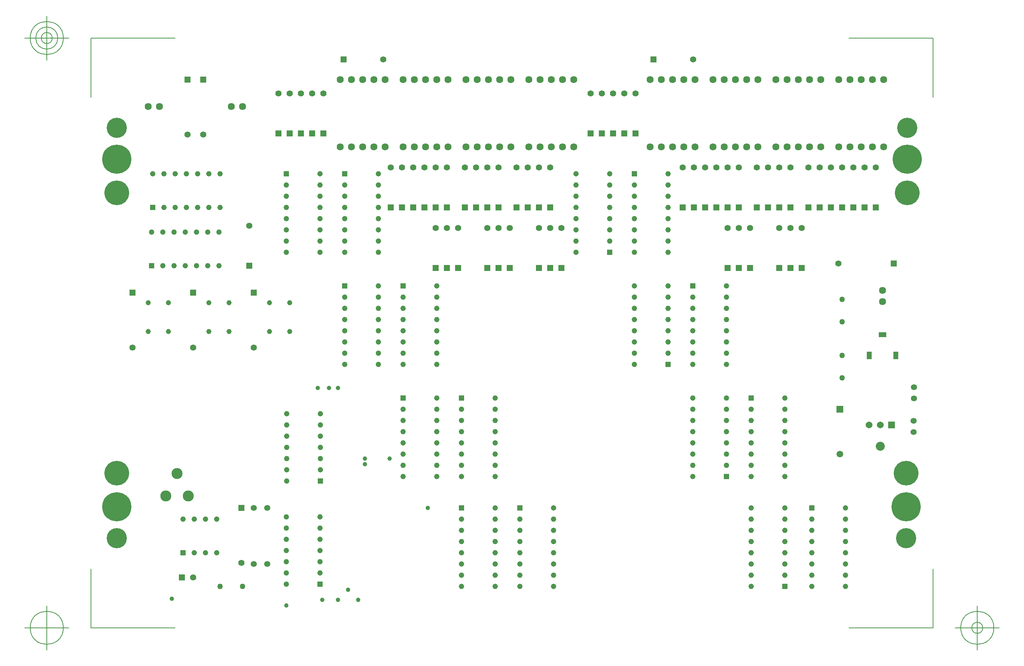
<source format=gbr>
G04 Generated by Ultiboard 14.3 *
%FSLAX34Y34*%
%MOMM*%

%ADD10C,0.0001*%
%ADD11C,0.0010*%
%ADD12C,0.1270*%
%ADD13C,2.03200*%
%ADD14C,4.57200*%
%ADD15C,6.60400*%
%ADD16C,5.58800*%
%ADD17C,1.4000*%
%ADD18R,1.4000X1.4000*%
%ADD19C,1.2446*%
%ADD20R,1.2446X1.2446*%
%ADD21C,1.3556*%
%ADD22C,1.6088*%
%ADD23C,1.1556*%
%ADD24C,2.4978*%
%ADD25C,1.5366*%
%ADD26R,1.5366X1.5366*%
%ADD27C,1.5000*%
%ADD28R,1.5000X1.5000*%
%ADD29C,1.0000*%
%ADD30C,1.2000*%
%ADD31C,3.0000*%
%ADD32C,5.0000*%
%ADD33C,4.0000*%
%ADD34C,1.2700*%


G04 ColorRGB FF00CC for the following layer *
%LNSolder Mask Top*%
%LPD*%
G54D10*
G54D11*
G36*
X1785520Y656680D02*
X1785520Y656680D01*
X1785520Y666680D01*
X1769520Y666680D01*
X1769520Y656680D01*
X1785520Y656680D01*
D02*
G37*
X1785520Y666680D01*
X1769520Y666680D01*
X1769520Y656680D01*
X1785520Y656680D01*
G36*
X1812520Y622680D02*
X1812520Y622680D01*
X1802520Y622680D01*
X1802520Y606680D01*
X1812520Y606680D01*
X1812520Y622680D01*
D02*
G37*
X1802520Y622680D01*
X1802520Y606680D01*
X1812520Y606680D01*
X1812520Y622680D01*
G36*
X1752520Y622680D02*
X1752520Y622680D01*
X1742520Y622680D01*
X1742520Y606680D01*
X1752520Y606680D01*
X1752520Y622680D01*
D02*
G37*
X1742520Y622680D01*
X1742520Y606680D01*
X1752520Y606680D01*
X1752520Y622680D01*
G54D12*
X-12700Y-2540D02*
X-12700Y131064D01*
X-12700Y-2540D02*
X177800Y-2540D01*
X1892300Y-2540D02*
X1701800Y-2540D01*
X1892300Y-2540D02*
X1892300Y131064D01*
X1892300Y1333500D02*
X1892300Y1199896D01*
X1892300Y1333500D02*
X1701800Y1333500D01*
X-12700Y1333500D02*
X177800Y1333500D01*
X-12700Y1333500D02*
X-12700Y1199896D01*
X-62700Y-2540D02*
X-162700Y-2540D01*
X-112700Y-52540D02*
X-112700Y47460D01*
X-150200Y-2540D02*
G75*
D01*
G02X-150200Y-2540I37500J0*
G01*
X1942300Y-2540D02*
X2042300Y-2540D01*
X1992300Y-52540D02*
X1992300Y47460D01*
X1954800Y-2540D02*
G75*
D01*
G02X1954800Y-2540I37500J0*
G01*
X1979800Y-2540D02*
G75*
D01*
G02X1979800Y-2540I12500J0*
G01*
X-62700Y1333500D02*
X-162700Y1333500D01*
X-112700Y1283500D02*
X-112700Y1383500D01*
X-150200Y1333500D02*
G75*
D01*
G02X-150200Y1333500I37500J0*
G01*
X-137700Y1333500D02*
G75*
D01*
G02X-137700Y1333500I25000J0*
G01*
X-125200Y1333500D02*
G75*
D01*
G02X-125200Y1333500I12500J0*
G01*
G54D13*
X1772920Y408940D03*
G54D14*
X1831340Y200660D03*
X1833880Y1130300D03*
X45720Y1130300D03*
X45720Y200660D03*
G54D15*
X1831340Y271780D03*
X1833880Y1059180D03*
X45720Y1059180D03*
X45720Y271780D03*
G54D16*
X1831340Y347980D03*
X1833880Y982980D03*
X45720Y982980D03*
X45720Y347980D03*
G54D17*
X81280Y631920D03*
X218440Y631920D03*
X355600Y631920D03*
X327660Y144240D03*
X690880Y1039960D03*
X716280Y1039960D03*
X741680Y1039960D03*
X767080Y1039960D03*
X792480Y1039960D03*
X767080Y902800D03*
X792480Y902800D03*
X833120Y1039960D03*
X883920Y1039960D03*
X909320Y1039960D03*
X858520Y1039960D03*
X909320Y902800D03*
X883920Y902800D03*
X1026160Y1039960D03*
X975360Y1039960D03*
X949960Y1039960D03*
X1000760Y1039960D03*
X817880Y902800D03*
X1325880Y1039960D03*
X1351280Y1039960D03*
X1376680Y1039960D03*
X1402080Y1039960D03*
X1427480Y1039960D03*
X1452880Y1039960D03*
X1117600Y1207600D03*
X1143000Y1207600D03*
X1168400Y1207600D03*
X1193800Y1207600D03*
X1219200Y1207600D03*
X1427480Y902800D03*
X1452880Y902800D03*
X1478280Y902800D03*
X1493520Y1039960D03*
X1518920Y1039960D03*
X1544320Y1039960D03*
X1569720Y1039960D03*
X1595120Y902800D03*
X1569720Y902800D03*
X1544320Y902800D03*
X1610360Y1039960D03*
X1635760Y1039960D03*
X1661160Y1039960D03*
X1686560Y1039960D03*
X1711960Y1039960D03*
X1737360Y1039960D03*
X1762760Y1039960D03*
X411480Y1207600D03*
X436880Y1207600D03*
X462280Y1207600D03*
X487680Y1207600D03*
X513080Y1207600D03*
X665480Y1039960D03*
X648800Y1285240D03*
X1349840Y1285240D03*
X345440Y907880D03*
X934720Y902800D03*
X1000760Y902800D03*
X1026160Y902800D03*
X1051560Y902800D03*
X205740Y1114520D03*
X241300Y1114520D03*
X1678400Y822960D03*
X218040Y111760D03*
G54D18*
X81280Y756920D03*
X218440Y756920D03*
X355600Y756920D03*
X327660Y269240D03*
X690780Y949960D03*
X716180Y949960D03*
X741580Y949960D03*
X766980Y949960D03*
X792380Y949960D03*
X766980Y812800D03*
X792380Y812800D03*
X833020Y949960D03*
X883820Y949960D03*
X909220Y949960D03*
X858420Y949960D03*
X909220Y812800D03*
X883820Y812800D03*
X1026060Y949960D03*
X975260Y949960D03*
X949860Y949960D03*
X1000660Y949960D03*
X817780Y812800D03*
X1325780Y949960D03*
X1351180Y949960D03*
X1376580Y949960D03*
X1401980Y949960D03*
X1427380Y949960D03*
X1452780Y949960D03*
X1117500Y1117600D03*
X1142900Y1117600D03*
X1168300Y1117600D03*
X1193700Y1117600D03*
X1219100Y1117600D03*
X1427380Y812800D03*
X1452780Y812800D03*
X1478180Y812800D03*
X1493420Y949960D03*
X1518820Y949960D03*
X1544220Y949960D03*
X1569620Y949960D03*
X1595020Y812800D03*
X1569620Y812800D03*
X1544220Y812800D03*
X1610260Y949960D03*
X1635660Y949960D03*
X1661060Y949960D03*
X1686460Y949960D03*
X1711860Y949960D03*
X1737260Y949960D03*
X1762660Y949960D03*
X411380Y1117600D03*
X436780Y1117600D03*
X462180Y1117600D03*
X487580Y1117600D03*
X512980Y1117600D03*
X665380Y949960D03*
X558800Y1285340D03*
X1259840Y1285340D03*
X345340Y817880D03*
X934620Y812800D03*
X1000660Y812800D03*
X1026060Y812800D03*
X1051460Y812800D03*
X205740Y1239520D03*
X241300Y1239520D03*
X1803400Y822960D03*
X193040Y111760D03*
G54D19*
X1480820Y91440D03*
X1557020Y142240D03*
X1557020Y116840D03*
X1557020Y167640D03*
X1557020Y218440D03*
X1557020Y193040D03*
X1557020Y243840D03*
X1557020Y269240D03*
X1480820Y243840D03*
X1480820Y167640D03*
X1480820Y142240D03*
X1480820Y116840D03*
X1480820Y218440D03*
X1480820Y193040D03*
X1480820Y269240D03*
X1348740Y340360D03*
X1424940Y391160D03*
X1424940Y365760D03*
X1424940Y416560D03*
X1424940Y467360D03*
X1424940Y441960D03*
X1424940Y492760D03*
X1424940Y518160D03*
X1348740Y492760D03*
X1348740Y416560D03*
X1348740Y391160D03*
X1348740Y365760D03*
X1348740Y467360D03*
X1348740Y441960D03*
X1348740Y518160D03*
X1084580Y848360D03*
X1160780Y899160D03*
X1160780Y873760D03*
X1160780Y924560D03*
X1160780Y975360D03*
X1160780Y949960D03*
X1160780Y1000760D03*
X1160780Y1026160D03*
X1084580Y1000760D03*
X1084580Y924560D03*
X1084580Y899160D03*
X1084580Y873760D03*
X1084580Y975360D03*
X1084580Y949960D03*
X1084580Y1026160D03*
X1216660Y594360D03*
X1292860Y645160D03*
X1292860Y619760D03*
X1292860Y670560D03*
X1292860Y721360D03*
X1292860Y695960D03*
X1292860Y746760D03*
X1292860Y772160D03*
X1216660Y746760D03*
X1216660Y670560D03*
X1216660Y645160D03*
X1216660Y619760D03*
X1216660Y721360D03*
X1216660Y695960D03*
X1216660Y772160D03*
X769620Y518160D03*
X693420Y467360D03*
X693420Y492760D03*
X693420Y441960D03*
X693420Y391160D03*
X693420Y416560D03*
X693420Y365760D03*
X693420Y340360D03*
X769620Y365760D03*
X769620Y441960D03*
X769620Y467360D03*
X769620Y492760D03*
X769620Y391160D03*
X769620Y416560D03*
X769620Y340360D03*
X901700Y518160D03*
X825500Y467360D03*
X825500Y492760D03*
X825500Y441960D03*
X825500Y391160D03*
X825500Y416560D03*
X825500Y365760D03*
X825500Y340360D03*
X901700Y365760D03*
X901700Y441960D03*
X901700Y467360D03*
X901700Y492760D03*
X901700Y391160D03*
X901700Y416560D03*
X901700Y340360D03*
X1557020Y518160D03*
X1480820Y467360D03*
X1480820Y492760D03*
X1480820Y441960D03*
X1480820Y391160D03*
X1480820Y416560D03*
X1480820Y365760D03*
X1480820Y340360D03*
X1557020Y365760D03*
X1557020Y441960D03*
X1557020Y467360D03*
X1557020Y492760D03*
X1557020Y391160D03*
X1557020Y416560D03*
X1557020Y340360D03*
X637540Y772160D03*
X561340Y721360D03*
X561340Y746760D03*
X561340Y695960D03*
X561340Y645160D03*
X561340Y670560D03*
X561340Y619760D03*
X561340Y594360D03*
X637540Y619760D03*
X637540Y695960D03*
X637540Y721360D03*
X637540Y746760D03*
X637540Y645160D03*
X637540Y670560D03*
X637540Y594360D03*
X769620Y772160D03*
X693420Y721360D03*
X693420Y746760D03*
X693420Y695960D03*
X693420Y645160D03*
X693420Y670560D03*
X693420Y619760D03*
X693420Y594360D03*
X769620Y619760D03*
X769620Y695960D03*
X769620Y721360D03*
X769620Y746760D03*
X769620Y645160D03*
X769620Y670560D03*
X769620Y594360D03*
X1424940Y772160D03*
X1348740Y721360D03*
X1348740Y746760D03*
X1348740Y695960D03*
X1348740Y645160D03*
X1348740Y670560D03*
X1348740Y619760D03*
X1348740Y594360D03*
X1424940Y619760D03*
X1424940Y695960D03*
X1424940Y721360D03*
X1424940Y746760D03*
X1424940Y645160D03*
X1424940Y670560D03*
X1424940Y594360D03*
X637540Y1026160D03*
X561340Y975360D03*
X561340Y1000760D03*
X561340Y949960D03*
X561340Y899160D03*
X561340Y924560D03*
X561340Y873760D03*
X561340Y848360D03*
X637540Y873760D03*
X637540Y949960D03*
X637540Y975360D03*
X637540Y1000760D03*
X637540Y899160D03*
X637540Y924560D03*
X637540Y848360D03*
X1292860Y1026160D03*
X1216660Y975360D03*
X1216660Y1000760D03*
X1216660Y949960D03*
X1216660Y899160D03*
X1216660Y924560D03*
X1216660Y873760D03*
X1216660Y848360D03*
X1292860Y873760D03*
X1292860Y949960D03*
X1292860Y975360D03*
X1292860Y1000760D03*
X1292860Y899160D03*
X1292860Y924560D03*
X1292860Y848360D03*
X1033780Y269240D03*
X957580Y218440D03*
X957580Y243840D03*
X957580Y193040D03*
X957580Y142240D03*
X957580Y167640D03*
X957580Y116840D03*
X957580Y91440D03*
X1033780Y116840D03*
X1033780Y193040D03*
X1033780Y218440D03*
X1033780Y243840D03*
X1033780Y142240D03*
X1033780Y167640D03*
X1033780Y91440D03*
X271780Y167640D03*
X195580Y243840D03*
X271780Y243840D03*
X220980Y243840D03*
X246380Y167640D03*
X246380Y243840D03*
X220980Y167640D03*
X1694180Y269240D03*
X1617980Y218440D03*
X1617980Y243840D03*
X1617980Y193040D03*
X1617980Y142240D03*
X1617980Y167640D03*
X1617980Y116840D03*
X1617980Y91440D03*
X1694180Y116840D03*
X1694180Y193040D03*
X1694180Y218440D03*
X1694180Y243840D03*
X1694180Y142240D03*
X1694180Y167640D03*
X1694180Y91440D03*
X901700Y269240D03*
X825500Y218440D03*
X825500Y243840D03*
X825500Y193040D03*
X825500Y142240D03*
X825500Y167640D03*
X825500Y116840D03*
X825500Y91440D03*
X901700Y116840D03*
X901700Y193040D03*
X901700Y218440D03*
X901700Y243840D03*
X901700Y142240D03*
X901700Y167640D03*
X901700Y91440D03*
X505460Y1026160D03*
X429260Y975360D03*
X429260Y1000760D03*
X429260Y949960D03*
X429260Y899160D03*
X429260Y924560D03*
X429260Y873760D03*
X429260Y848360D03*
X505460Y873760D03*
X505460Y949960D03*
X505460Y975360D03*
X505460Y1000760D03*
X505460Y899160D03*
X505460Y924560D03*
X505460Y848360D03*
X429260Y96520D03*
X505460Y172720D03*
X505460Y121920D03*
X505460Y147320D03*
X505460Y198120D03*
X505460Y223520D03*
X505460Y248920D03*
X429260Y248920D03*
X429260Y172720D03*
X429260Y121920D03*
X429260Y147320D03*
X429260Y198120D03*
X429260Y223520D03*
X430395Y330200D03*
X506595Y406400D03*
X506595Y355600D03*
X506595Y381000D03*
X506595Y431800D03*
X506595Y457200D03*
X506595Y482600D03*
X430395Y482600D03*
X430395Y406400D03*
X430395Y355600D03*
X430395Y381000D03*
X430395Y431800D03*
X430395Y457200D03*
X124460Y894080D03*
X175260Y817880D03*
X149860Y817880D03*
X276860Y817880D03*
X200660Y817880D03*
X226060Y817880D03*
X251460Y817880D03*
X276860Y894080D03*
X200660Y894080D03*
X149860Y894080D03*
X175260Y894080D03*
X226060Y894080D03*
X251460Y894080D03*
X127000Y1026160D03*
X203200Y949960D03*
X152400Y949960D03*
X177800Y949960D03*
X228600Y949960D03*
X254000Y949960D03*
X279400Y949960D03*
X279400Y1026160D03*
X203200Y1026160D03*
X152400Y1026160D03*
X177800Y1026160D03*
X228600Y1026160D03*
X254000Y1026160D03*
G54D20*
X1557020Y91440D03*
X1424940Y340360D03*
X1160780Y848360D03*
X1292860Y594360D03*
X693420Y518160D03*
X825500Y518160D03*
X1480820Y518160D03*
X561340Y772160D03*
X693420Y772160D03*
X1348740Y772160D03*
X561340Y1026160D03*
X1216660Y1026160D03*
X957580Y269240D03*
X195580Y167640D03*
X1617980Y269240D03*
X825500Y269240D03*
X429260Y1026160D03*
X505460Y96520D03*
X506595Y330200D03*
X124460Y817880D03*
X127000Y949960D03*
G54D21*
X355600Y142240D03*
X386080Y142240D03*
X355600Y269240D03*
X386080Y269240D03*
X1848595Y440824D03*
X1848595Y466224D03*
X1849402Y517480D03*
X1849402Y542880D03*
G54D22*
X1780540Y1239520D03*
X1678940Y1239520D03*
X1780540Y1087120D03*
X1755140Y1087120D03*
X1704340Y1087120D03*
X1755140Y1239520D03*
X1704340Y1239520D03*
X1678940Y1087120D03*
X1729740Y1087120D03*
X1729740Y1239520D03*
X1353820Y1239520D03*
X1252220Y1239520D03*
X1353820Y1087120D03*
X1328420Y1087120D03*
X1277620Y1087120D03*
X1328420Y1239520D03*
X1277620Y1239520D03*
X1252220Y1087120D03*
X1303020Y1087120D03*
X1303020Y1239520D03*
X1394460Y1239520D03*
X1496060Y1087120D03*
X1470660Y1087120D03*
X1419860Y1087120D03*
X1470660Y1239520D03*
X1419860Y1239520D03*
X1394460Y1087120D03*
X1445260Y1087120D03*
X1445260Y1239520D03*
X1496060Y1239520D03*
X1638300Y1239520D03*
X1536700Y1239520D03*
X1638300Y1087120D03*
X1612900Y1087120D03*
X1562100Y1087120D03*
X1612900Y1239520D03*
X1562100Y1239520D03*
X1536700Y1087120D03*
X1587500Y1087120D03*
X1587500Y1239520D03*
X652780Y1239520D03*
X652780Y1087120D03*
X627380Y1087120D03*
X576580Y1087120D03*
X627380Y1239520D03*
X576580Y1239520D03*
X551180Y1087120D03*
X601980Y1087120D03*
X601980Y1239520D03*
X551180Y1239520D03*
X693420Y1239520D03*
X795020Y1087120D03*
X769620Y1087120D03*
X718820Y1087120D03*
X769620Y1239520D03*
X718820Y1239520D03*
X693420Y1087120D03*
X744220Y1087120D03*
X744220Y1239520D03*
X795020Y1239520D03*
X937260Y1239520D03*
X835660Y1239520D03*
X937260Y1087120D03*
X911860Y1087120D03*
X861060Y1087120D03*
X911860Y1239520D03*
X861060Y1239520D03*
X835660Y1087120D03*
X886460Y1087120D03*
X886460Y1239520D03*
X1079500Y1239520D03*
X977900Y1239520D03*
X1079500Y1087120D03*
X1054100Y1087120D03*
X1003300Y1087120D03*
X1054100Y1239520D03*
X1003300Y1239520D03*
X977900Y1087120D03*
X1028700Y1087120D03*
X1028700Y1239520D03*
X116840Y1178560D03*
X142240Y1178560D03*
X330200Y1178560D03*
X304800Y1178560D03*
X1778000Y762000D03*
X1778000Y736600D03*
G54D23*
X299360Y668540D03*
X299360Y733540D03*
X254360Y668540D03*
X254360Y733540D03*
X436520Y733540D03*
X391520Y668540D03*
X436520Y668540D03*
X391520Y733540D03*
X162200Y668540D03*
X162200Y733540D03*
X117200Y668540D03*
X117200Y733540D03*
G54D24*
X181694Y346626D03*
X207094Y295826D03*
X156294Y295826D03*
G54D25*
X1747520Y457200D03*
X1772920Y457200D03*
G54D26*
X1798320Y457200D03*
G54D27*
X1681480Y391160D03*
G54D28*
X1681480Y492760D03*
G54D29*
X429260Y48260D03*
X546100Y60960D03*
X607060Y368300D03*
X662940Y381000D03*
X607060Y381000D03*
X591820Y60960D03*
X170180Y63500D03*
X510540Y60960D03*
X525780Y541020D03*
X749300Y269240D03*
X568960Y83820D03*
X500380Y541020D03*
X546100Y541020D03*
G54D30*
X1772920Y408940D03*
G54D31*
X1831340Y200660D03*
X1833880Y1130300D03*
X45720Y1130300D03*
X45720Y200660D03*
G54D32*
X1831340Y271780D03*
X1833880Y1059180D03*
X45720Y1059180D03*
X45720Y271780D03*
G54D33*
X1831340Y347980D03*
X1833880Y982980D03*
X45720Y982980D03*
X45720Y347980D03*
G54D34*
X1686560Y614680D03*
X1686560Y563880D03*
X1686560Y741680D03*
X1686560Y690880D03*
X279400Y91440D03*
X330200Y91440D03*

M02*

</source>
